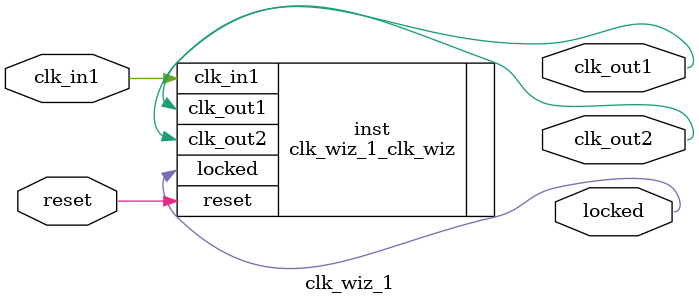
<source format=v>


`timescale 1ps/1ps

(* CORE_GENERATION_INFO = "clk_wiz_1,clk_wiz_v6_0_16_0_0,{component_name=clk_wiz_1,use_phase_alignment=true,use_min_o_jitter=false,use_max_i_jitter=false,use_dyn_phase_shift=false,use_inclk_switchover=false,use_dyn_reconfig=false,enable_axi=0,feedback_source=FDBK_AUTO,PRIMITIVE=MMCM,num_out_clk=2,clkin1_period=20.000,clkin2_period=10.0,use_power_down=false,use_reset=true,use_locked=true,use_inclk_stopped=false,feedback_type=SINGLE,CLOCK_MGR_TYPE=NA,manual_override=false}" *)

module clk_wiz_1 
 (
  // Clock out ports
  output        clk_out1,
  output        clk_out2,
  // Status and control signals
  input         reset,
  output        locked,
 // Clock in ports
  input         clk_in1
 );

  clk_wiz_1_clk_wiz inst
  (
  // Clock out ports  
  .clk_out1(clk_out1),
  .clk_out2(clk_out2),
  // Status and control signals               
  .reset(reset), 
  .locked(locked),
 // Clock in ports
  .clk_in1(clk_in1)
  );

endmodule

</source>
